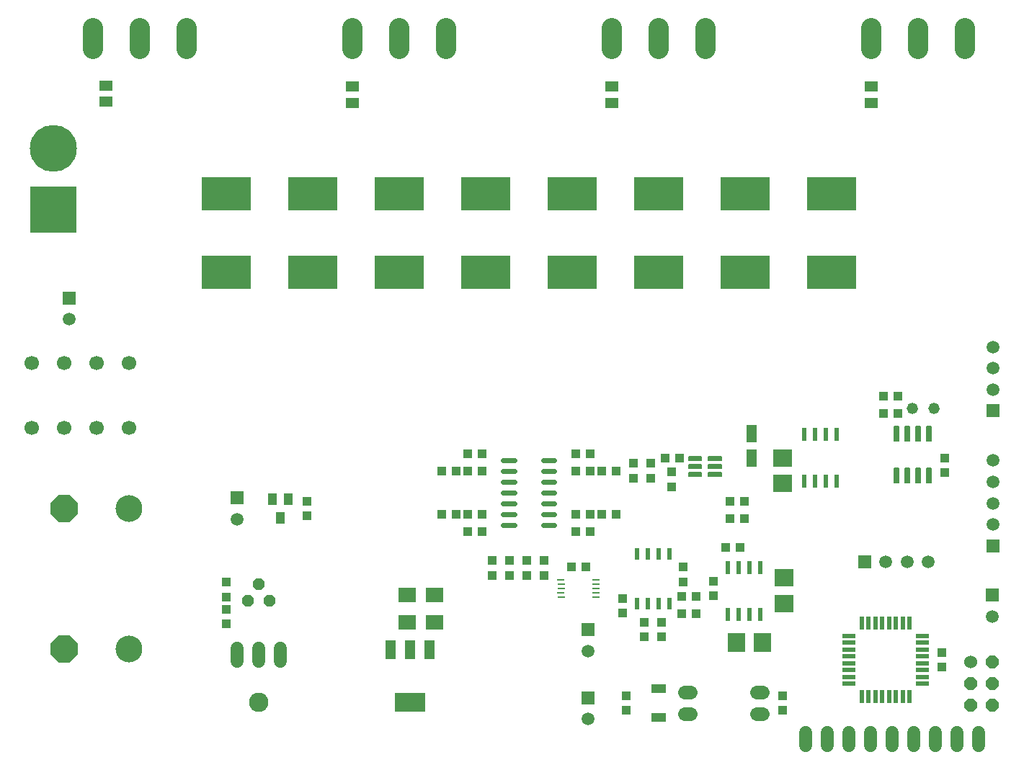
<source format=gbr>
G04 EAGLE Gerber RS-274X export*
G75*
%MOMM*%
%FSLAX34Y34*%
%LPD*%
%INSolderpaste Top*%
%IPPOS*%
%AMOC8*
5,1,8,0,0,1.08239X$1,22.5*%
G01*
%ADD10C,2.400000*%
%ADD11C,0.600000*%
%ADD12R,1.500000X1.300000*%
%ADD13R,1.000000X1.100000*%
%ADD14R,1.100000X1.000000*%
%ADD15C,0.147500*%
%ADD16R,0.878650X0.251641*%
%ADD17R,0.876600X0.250400*%
%ADD18R,0.875319X0.250016*%
%ADD19R,0.878750X0.249438*%
%ADD20R,0.875531X0.249816*%
%ADD21R,0.874459X0.249709*%
%ADD22R,0.872750X0.249481*%
%ADD23R,0.873809X0.250091*%
%ADD24R,0.874550X0.250172*%
%ADD25R,0.874419X0.250400*%
%ADD26R,1.500000X0.550000*%
%ADD27R,0.550000X1.500000*%
%ADD28R,5.516000X5.516000*%
%ADD29C,5.516000*%
%ADD30R,5.840000X3.940000*%
%ADD31P,3.409096X8X202.500000*%
%ADD32C,3.149600*%
%ADD33R,0.500000X1.400000*%
%ADD34C,0.150000*%
%ADD35C,1.320800*%
%ADD36R,0.600000X1.500000*%
%ADD37R,2.000000X2.200000*%
%ADD38R,2.200000X2.000000*%
%ADD39C,1.524000*%
%ADD40P,1.649562X8X292.500000*%
%ADD41C,1.508000*%
%ADD42R,1.508000X1.508000*%
%ADD43R,1.000000X1.400000*%
%ADD44C,1.700000*%
%ADD45C,1.524000*%
%ADD46P,1.429621X8X22.500000*%
%ADD47R,1.219000X2.235000*%
%ADD48R,3.600000X2.200000*%
%ADD49R,2.150000X1.800000*%
%ADD50C,2.286000*%
%ADD51C,1.600000*%
%ADD52R,1.730000X1.110000*%
%ADD53R,1.200000X2.000000*%


D10*
X97400Y838900D02*
X97400Y862900D01*
X152400Y862900D02*
X152400Y838900D01*
X207400Y838900D02*
X207400Y862900D01*
D11*
X579600Y355600D02*
X592600Y355600D01*
X592600Y342900D02*
X579600Y342900D01*
X579600Y330200D02*
X592600Y330200D01*
X592600Y317500D02*
X579600Y317500D01*
X579600Y304800D02*
X592600Y304800D01*
X592600Y292100D02*
X579600Y292100D01*
X579600Y279400D02*
X592600Y279400D01*
X626600Y355600D02*
X639600Y355600D01*
X639600Y342900D02*
X626600Y342900D01*
X626600Y330200D02*
X639600Y330200D01*
X639600Y317500D02*
X626600Y317500D01*
X626600Y304800D02*
X639600Y304800D01*
X639600Y292100D02*
X626600Y292100D01*
X626600Y279400D02*
X639600Y279400D01*
D12*
X113030Y776630D03*
X113030Y795630D03*
D13*
X554600Y342900D03*
X537600Y342900D03*
D14*
X554600Y363220D03*
X537600Y363220D03*
D15*
X797847Y355267D02*
X812473Y355267D01*
X797847Y355267D02*
X797847Y359693D01*
X812473Y359693D01*
X812473Y355267D01*
X812473Y356668D02*
X797847Y356668D01*
X797847Y358069D02*
X812473Y358069D01*
X812473Y359470D02*
X797847Y359470D01*
X797847Y345767D02*
X812473Y345767D01*
X797847Y345767D02*
X797847Y350193D01*
X812473Y350193D01*
X812473Y345767D01*
X812473Y347168D02*
X797847Y347168D01*
X797847Y348569D02*
X812473Y348569D01*
X812473Y349970D02*
X797847Y349970D01*
X797847Y336267D02*
X812473Y336267D01*
X797847Y336267D02*
X797847Y340693D01*
X812473Y340693D01*
X812473Y336267D01*
X812473Y337668D02*
X797847Y337668D01*
X797847Y339069D02*
X812473Y339069D01*
X812473Y340470D02*
X797847Y340470D01*
X820747Y340693D02*
X835373Y340693D01*
X835373Y336267D01*
X820747Y336267D01*
X820747Y340693D01*
X820747Y337668D02*
X835373Y337668D01*
X835373Y339069D02*
X820747Y339069D01*
X820747Y340470D02*
X835373Y340470D01*
X835373Y350193D02*
X820747Y350193D01*
X835373Y350193D02*
X835373Y345767D01*
X820747Y345767D01*
X820747Y350193D01*
X820747Y347168D02*
X835373Y347168D01*
X835373Y348569D02*
X820747Y348569D01*
X820747Y349970D02*
X835373Y349970D01*
X835373Y359693D02*
X820747Y359693D01*
X835373Y359693D02*
X835373Y355267D01*
X820747Y355267D01*
X820747Y359693D01*
X820747Y356668D02*
X835373Y356668D01*
X835373Y358069D02*
X820747Y358069D01*
X820747Y359470D02*
X835373Y359470D01*
D13*
X770010Y358140D03*
X787010Y358140D03*
D14*
X753110Y334400D03*
X753110Y351400D03*
D13*
X732790Y334400D03*
X732790Y351400D03*
D16*
X647377Y214478D03*
D17*
X647387Y209472D03*
D18*
X647393Y204470D03*
D19*
X647376Y199467D03*
D20*
X647392Y194469D03*
D21*
X688648Y194469D03*
D22*
X688656Y199467D03*
D23*
X688651Y204470D03*
D24*
X688647Y209471D03*
D25*
X688648Y214472D03*
D26*
X985700Y148650D03*
X985700Y140650D03*
X985700Y132650D03*
X985700Y124650D03*
X985700Y116650D03*
X985700Y108650D03*
X985700Y100650D03*
X985700Y92650D03*
D27*
X1000700Y77650D03*
X1008700Y77650D03*
X1016700Y77650D03*
X1024700Y77650D03*
X1032700Y77650D03*
X1040700Y77650D03*
X1048700Y77650D03*
X1056700Y77650D03*
D26*
X1071700Y92650D03*
X1071700Y100650D03*
X1071700Y108650D03*
X1071700Y116650D03*
X1071700Y124650D03*
X1071700Y132650D03*
X1071700Y140650D03*
X1071700Y148650D03*
D27*
X1056700Y163650D03*
X1048700Y163650D03*
X1040700Y163650D03*
X1032700Y163650D03*
X1024700Y163650D03*
X1016700Y163650D03*
X1008700Y163650D03*
X1000700Y163650D03*
D13*
X1094740Y112150D03*
X1094740Y129150D03*
D28*
X50800Y649800D03*
D29*
X50800Y721800D03*
D13*
X507120Y342900D03*
X524120Y342900D03*
D10*
X402200Y838900D02*
X402200Y862900D01*
X457200Y862900D02*
X457200Y838900D01*
X512200Y838900D02*
X512200Y862900D01*
D12*
X402590Y775360D03*
X402590Y794360D03*
D13*
X554600Y292100D03*
X537600Y292100D03*
D14*
X554600Y271780D03*
X537600Y271780D03*
D13*
X507120Y292100D03*
X524120Y292100D03*
D10*
X707000Y838900D02*
X707000Y862900D01*
X762000Y862900D02*
X762000Y838900D01*
X817000Y838900D02*
X817000Y862900D01*
D12*
X707390Y775360D03*
X707390Y794360D03*
D13*
X664600Y292100D03*
X681600Y292100D03*
D14*
X664600Y271780D03*
X681600Y271780D03*
D13*
X712080Y292100D03*
X695080Y292100D03*
D10*
X1011800Y838900D02*
X1011800Y862900D01*
X1066800Y862900D02*
X1066800Y838900D01*
X1121800Y838900D02*
X1121800Y862900D01*
D12*
X1012190Y775360D03*
X1012190Y794360D03*
D13*
X664600Y342900D03*
X681600Y342900D03*
D14*
X664600Y363220D03*
X681600Y363220D03*
D13*
X712080Y342900D03*
X695080Y342900D03*
D30*
X254000Y576550D03*
X254000Y668050D03*
X355600Y576550D03*
X355600Y668050D03*
X457200Y576550D03*
X457200Y668050D03*
X558800Y576550D03*
X558800Y668050D03*
X660400Y576550D03*
X660400Y668050D03*
X762000Y576550D03*
X762000Y668050D03*
X863600Y576550D03*
X863600Y668050D03*
X965200Y576550D03*
X965200Y668050D03*
D14*
X745490Y147710D03*
X745490Y164710D03*
X720090Y175650D03*
X720090Y192650D03*
X765810Y147710D03*
X765810Y164710D03*
D13*
X806060Y175260D03*
X789060Y175260D03*
D14*
X676520Y229870D03*
X659520Y229870D03*
D31*
X63500Y133350D03*
D32*
X139700Y133350D03*
D31*
X63500Y298450D03*
D32*
X139700Y298450D03*
D13*
X777240Y324240D03*
X777240Y341240D03*
X863210Y307340D03*
X846210Y307340D03*
X863210Y287020D03*
X846210Y287020D03*
D33*
X736600Y186900D03*
X749300Y186900D03*
X762000Y186900D03*
X774700Y186900D03*
X774700Y244900D03*
X762000Y244900D03*
X749300Y244900D03*
X736600Y244900D03*
D34*
X1077250Y377750D02*
X1077250Y395250D01*
X1081750Y395250D01*
X1081750Y377750D01*
X1077250Y377750D01*
X1077250Y379175D02*
X1081750Y379175D01*
X1081750Y380600D02*
X1077250Y380600D01*
X1077250Y382025D02*
X1081750Y382025D01*
X1081750Y383450D02*
X1077250Y383450D01*
X1077250Y384875D02*
X1081750Y384875D01*
X1081750Y386300D02*
X1077250Y386300D01*
X1077250Y387725D02*
X1081750Y387725D01*
X1081750Y389150D02*
X1077250Y389150D01*
X1077250Y390575D02*
X1081750Y390575D01*
X1081750Y392000D02*
X1077250Y392000D01*
X1077250Y393425D02*
X1081750Y393425D01*
X1081750Y394850D02*
X1077250Y394850D01*
X1064550Y395250D02*
X1064550Y377750D01*
X1064550Y395250D02*
X1069050Y395250D01*
X1069050Y377750D01*
X1064550Y377750D01*
X1064550Y379175D02*
X1069050Y379175D01*
X1069050Y380600D02*
X1064550Y380600D01*
X1064550Y382025D02*
X1069050Y382025D01*
X1069050Y383450D02*
X1064550Y383450D01*
X1064550Y384875D02*
X1069050Y384875D01*
X1069050Y386300D02*
X1064550Y386300D01*
X1064550Y387725D02*
X1069050Y387725D01*
X1069050Y389150D02*
X1064550Y389150D01*
X1064550Y390575D02*
X1069050Y390575D01*
X1069050Y392000D02*
X1064550Y392000D01*
X1064550Y393425D02*
X1069050Y393425D01*
X1069050Y394850D02*
X1064550Y394850D01*
X1051850Y395250D02*
X1051850Y377750D01*
X1051850Y395250D02*
X1056350Y395250D01*
X1056350Y377750D01*
X1051850Y377750D01*
X1051850Y379175D02*
X1056350Y379175D01*
X1056350Y380600D02*
X1051850Y380600D01*
X1051850Y382025D02*
X1056350Y382025D01*
X1056350Y383450D02*
X1051850Y383450D01*
X1051850Y384875D02*
X1056350Y384875D01*
X1056350Y386300D02*
X1051850Y386300D01*
X1051850Y387725D02*
X1056350Y387725D01*
X1056350Y389150D02*
X1051850Y389150D01*
X1051850Y390575D02*
X1056350Y390575D01*
X1056350Y392000D02*
X1051850Y392000D01*
X1051850Y393425D02*
X1056350Y393425D01*
X1056350Y394850D02*
X1051850Y394850D01*
X1039150Y395250D02*
X1039150Y377750D01*
X1039150Y395250D02*
X1043650Y395250D01*
X1043650Y377750D01*
X1039150Y377750D01*
X1039150Y379175D02*
X1043650Y379175D01*
X1043650Y380600D02*
X1039150Y380600D01*
X1039150Y382025D02*
X1043650Y382025D01*
X1043650Y383450D02*
X1039150Y383450D01*
X1039150Y384875D02*
X1043650Y384875D01*
X1043650Y386300D02*
X1039150Y386300D01*
X1039150Y387725D02*
X1043650Y387725D01*
X1043650Y389150D02*
X1039150Y389150D01*
X1039150Y390575D02*
X1043650Y390575D01*
X1043650Y392000D02*
X1039150Y392000D01*
X1039150Y393425D02*
X1043650Y393425D01*
X1043650Y394850D02*
X1039150Y394850D01*
X1039150Y346150D02*
X1039150Y328650D01*
X1039150Y346150D02*
X1043650Y346150D01*
X1043650Y328650D01*
X1039150Y328650D01*
X1039150Y330075D02*
X1043650Y330075D01*
X1043650Y331500D02*
X1039150Y331500D01*
X1039150Y332925D02*
X1043650Y332925D01*
X1043650Y334350D02*
X1039150Y334350D01*
X1039150Y335775D02*
X1043650Y335775D01*
X1043650Y337200D02*
X1039150Y337200D01*
X1039150Y338625D02*
X1043650Y338625D01*
X1043650Y340050D02*
X1039150Y340050D01*
X1039150Y341475D02*
X1043650Y341475D01*
X1043650Y342900D02*
X1039150Y342900D01*
X1039150Y344325D02*
X1043650Y344325D01*
X1043650Y345750D02*
X1039150Y345750D01*
X1051850Y346150D02*
X1051850Y328650D01*
X1051850Y346150D02*
X1056350Y346150D01*
X1056350Y328650D01*
X1051850Y328650D01*
X1051850Y330075D02*
X1056350Y330075D01*
X1056350Y331500D02*
X1051850Y331500D01*
X1051850Y332925D02*
X1056350Y332925D01*
X1056350Y334350D02*
X1051850Y334350D01*
X1051850Y335775D02*
X1056350Y335775D01*
X1056350Y337200D02*
X1051850Y337200D01*
X1051850Y338625D02*
X1056350Y338625D01*
X1056350Y340050D02*
X1051850Y340050D01*
X1051850Y341475D02*
X1056350Y341475D01*
X1056350Y342900D02*
X1051850Y342900D01*
X1051850Y344325D02*
X1056350Y344325D01*
X1056350Y345750D02*
X1051850Y345750D01*
X1064550Y346150D02*
X1064550Y328650D01*
X1064550Y346150D02*
X1069050Y346150D01*
X1069050Y328650D01*
X1064550Y328650D01*
X1064550Y330075D02*
X1069050Y330075D01*
X1069050Y331500D02*
X1064550Y331500D01*
X1064550Y332925D02*
X1069050Y332925D01*
X1069050Y334350D02*
X1064550Y334350D01*
X1064550Y335775D02*
X1069050Y335775D01*
X1069050Y337200D02*
X1064550Y337200D01*
X1064550Y338625D02*
X1069050Y338625D01*
X1069050Y340050D02*
X1064550Y340050D01*
X1064550Y341475D02*
X1069050Y341475D01*
X1069050Y342900D02*
X1064550Y342900D01*
X1064550Y344325D02*
X1069050Y344325D01*
X1069050Y345750D02*
X1064550Y345750D01*
X1077250Y346150D02*
X1077250Y328650D01*
X1077250Y346150D02*
X1081750Y346150D01*
X1081750Y328650D01*
X1077250Y328650D01*
X1077250Y330075D02*
X1081750Y330075D01*
X1081750Y331500D02*
X1077250Y331500D01*
X1077250Y332925D02*
X1081750Y332925D01*
X1081750Y334350D02*
X1077250Y334350D01*
X1077250Y335775D02*
X1081750Y335775D01*
X1081750Y337200D02*
X1077250Y337200D01*
X1077250Y338625D02*
X1081750Y338625D01*
X1081750Y340050D02*
X1077250Y340050D01*
X1077250Y341475D02*
X1081750Y341475D01*
X1081750Y342900D02*
X1077250Y342900D01*
X1077250Y344325D02*
X1081750Y344325D01*
X1081750Y345750D02*
X1077250Y345750D01*
D35*
X1060450Y416560D03*
X1085850Y416560D03*
D14*
X1043550Y430530D03*
X1026550Y430530D03*
X1043550Y410210D03*
X1026550Y410210D03*
D13*
X1098550Y340750D03*
X1098550Y357750D03*
D36*
X855980Y174430D03*
X855980Y229430D03*
X843280Y174430D03*
X868680Y174430D03*
X881380Y174430D03*
X843280Y229430D03*
X868680Y229430D03*
X881380Y229430D03*
D37*
X853680Y140970D03*
X883680Y140970D03*
D38*
X909320Y186930D03*
X909320Y216930D03*
D14*
X841130Y252730D03*
X858130Y252730D03*
X789060Y195580D03*
X806060Y195580D03*
D13*
X791210Y212480D03*
X791210Y229480D03*
D39*
X1129030Y118110D03*
D40*
X1129030Y92710D03*
X1129030Y67310D03*
X1154430Y118110D03*
X1154430Y92710D03*
X1154430Y67310D03*
D41*
X679450Y131010D03*
D42*
X679450Y156010D03*
D41*
X266700Y285950D03*
D42*
X266700Y310950D03*
D43*
X317500Y287450D03*
X308000Y309450D03*
X327000Y309450D03*
D14*
X349250Y289950D03*
X349250Y306950D03*
D42*
X1003900Y236050D03*
D41*
X1028900Y236050D03*
X1053900Y236050D03*
X1078900Y236050D03*
D13*
X826770Y212970D03*
X826770Y195970D03*
D44*
X139700Y393700D03*
X139700Y469900D03*
X101600Y393700D03*
X101600Y469900D03*
X63500Y469900D03*
X63500Y393700D03*
X25400Y469900D03*
X25400Y393700D03*
D45*
X317500Y134620D02*
X317500Y119380D01*
X292100Y119380D02*
X292100Y134620D01*
X266700Y134620D02*
X266700Y119380D01*
D46*
X279400Y190500D03*
X292100Y209550D03*
X304800Y190500D03*
D14*
X254000Y162950D03*
X254000Y179950D03*
X254000Y194700D03*
X254000Y211700D03*
D47*
X493010Y132590D03*
X469900Y132590D03*
X446790Y132590D03*
D48*
X469900Y70610D03*
D49*
X466350Y196850D03*
X498850Y196850D03*
X466350Y165100D03*
X498850Y165100D03*
D41*
X69850Y520900D03*
D42*
X69850Y545900D03*
D50*
X292100Y71120D03*
D14*
X723900Y78350D03*
X723900Y61350D03*
D41*
X1154430Y171650D03*
D42*
X1154430Y196650D03*
D51*
X798950Y82550D02*
X792450Y82550D01*
X792450Y57150D02*
X798950Y57150D01*
X877450Y57150D02*
X883950Y57150D01*
X883950Y82550D02*
X877450Y82550D01*
D14*
X908050Y78350D03*
X908050Y61350D03*
D41*
X679450Y51000D03*
D42*
X679450Y76000D03*
D52*
X762000Y86900D03*
X762000Y52800D03*
D42*
X1154600Y413350D03*
D41*
X1154600Y438350D03*
X1154600Y463350D03*
X1154600Y488350D03*
D14*
X627380Y220100D03*
X627380Y237100D03*
X607060Y220100D03*
X607060Y237100D03*
X586740Y220100D03*
X586740Y237100D03*
X566420Y220100D03*
X566420Y237100D03*
D36*
X946150Y330640D03*
X946150Y385640D03*
X933450Y330640D03*
X958850Y330640D03*
X971550Y330640D03*
X933450Y385640D03*
X958850Y385640D03*
X971550Y385640D03*
D38*
X908050Y327900D03*
X908050Y357900D03*
D53*
X871220Y386110D03*
X871220Y358110D03*
D42*
X1154600Y254800D03*
D41*
X1154600Y279800D03*
X1154600Y304800D03*
X1154600Y329800D03*
X1154600Y354800D03*
D45*
X934720Y35560D02*
X934720Y20320D01*
X960120Y20320D02*
X960120Y35560D01*
X985520Y35560D02*
X985520Y20320D01*
X1010920Y20320D02*
X1010920Y35560D01*
X1036320Y35560D02*
X1036320Y20320D01*
X1061720Y20320D02*
X1061720Y35560D01*
X1087120Y35560D02*
X1087120Y20320D01*
X1112520Y20320D02*
X1112520Y35560D01*
X1137920Y35560D02*
X1137920Y20320D01*
M02*

</source>
